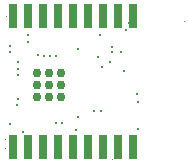
<source format=gbr>
G04 Layer_Physical_Order=2*
G04 Layer_Color=36540*
%FSLAX25Y25*%
%MOIN*%
%TF.FileFunction,Copper,L2,Inr,Signal*%
%TF.Part,Single*%
G01*
G75*
%TA.AperFunction,ViaPad*%
%ADD27C,0.01181*%
%ADD28C,0.03000*%
%TA.AperFunction,NonConductor*%
%ADD29C,0.00100*%
%TA.AperFunction,ComponentPad*%
%ADD30R,0.03150X0.07874*%
D27*
X7776Y37642D02*
D03*
X44626Y6461D02*
D03*
X1831Y33980D02*
D03*
X40335Y39453D02*
D03*
X32618Y27169D02*
D03*
X35689Y32169D02*
D03*
X1831Y31972D02*
D03*
X39665Y25752D02*
D03*
X41476Y41539D02*
D03*
X44350Y15476D02*
D03*
X32185Y12405D02*
D03*
X44311Y18075D02*
D03*
X35689Y33626D02*
D03*
X29705Y12484D02*
D03*
X6177Y5197D02*
D03*
X35177Y28705D02*
D03*
X31949Y37752D02*
D03*
X42697Y41579D02*
D03*
X19114Y8350D02*
D03*
X17146Y8272D02*
D03*
X23681Y5988D02*
D03*
X4311Y14374D02*
D03*
X4350Y16342D02*
D03*
X11201Y30870D02*
D03*
X13209Y30831D02*
D03*
X15138Y30791D02*
D03*
X17185Y30752D02*
D03*
X24587Y10437D02*
D03*
X4587Y26382D02*
D03*
Y28705D02*
D03*
X1831Y7917D02*
D03*
X4626Y24177D02*
D03*
X24468Y33075D02*
D03*
X7815Y35398D02*
D03*
X31161Y30398D02*
D03*
X38681Y31854D02*
D03*
D28*
X10937Y24976D02*
D03*
Y20976D02*
D03*
X18937Y24976D02*
D03*
X14937D02*
D03*
X18937Y20976D02*
D03*
X10937Y16976D02*
D03*
X14937Y20976D02*
D03*
X18937Y16976D02*
D03*
X14937D02*
D03*
D29*
X27697Y-480D02*
X27700D01*
X32Y2870D02*
X34D01*
X2528Y1756D02*
X2530D01*
X374Y43862D02*
X377D01*
X59744Y42484D02*
X59747D01*
X177Y-75D02*
X180D01*
X413Y44138D02*
X416D01*
X22693Y902D02*
X22695D01*
X35846Y-3646D02*
X35849D01*
X38532Y4177D02*
X38534D01*
D30*
X2697Y240D02*
D03*
X7697D02*
D03*
X12697D02*
D03*
X17697D02*
D03*
X22697D02*
D03*
X27697D02*
D03*
X32697D02*
D03*
X37697D02*
D03*
X42697D02*
D03*
Y44138D02*
D03*
X37697D02*
D03*
X32697D02*
D03*
X27697D02*
D03*
X22697D02*
D03*
X17697D02*
D03*
X12697D02*
D03*
X7697D02*
D03*
X2697D02*
D03*
%TF.MD5,44ce83da6209c28f0b43284493f39175*%
M02*

</source>
